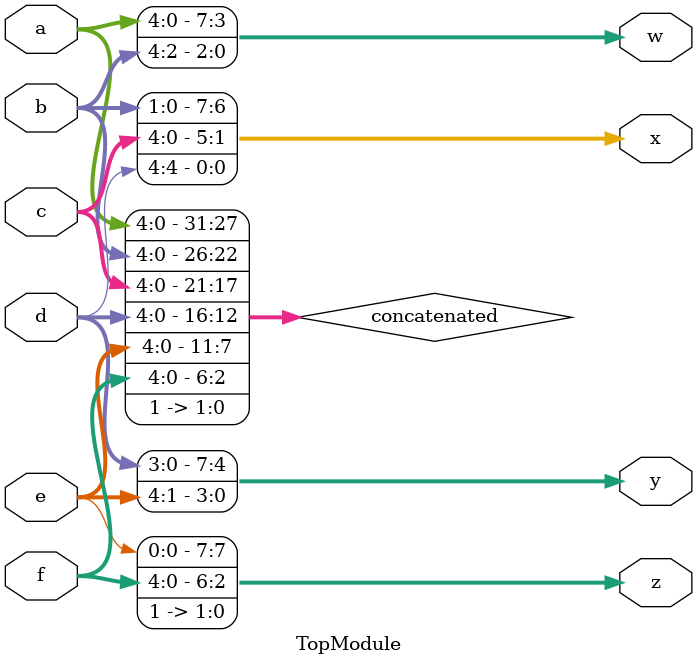
<source format=sv>
module TopModule (
    input logic [4:0] a,
    input logic [4:0] b,
    input logic [4:0] c,
    input logic [4:0] d,
    input logic [4:0] e,
    input logic [4:0] f,
    output logic [7:0] w,
    output logic [7:0] x,
    output logic [7:0] y,
    output logic [7:0] z
);

    logic [31:0] concatenated;

    assign concatenated = {a, b, c, d, e, f, 2'b11};

    assign w = concatenated[31:24];
    assign x = concatenated[23:16];
    assign y = concatenated[15:8];
    assign z = concatenated[7:0];

endmodule
</source>
